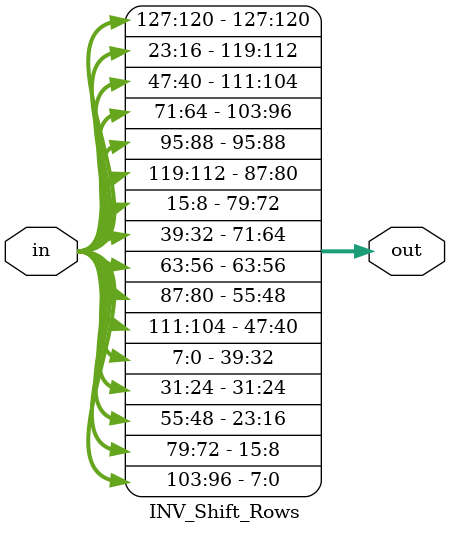
<source format=v>
module INV_Shift_Rows
(
input [127:0] in,
output wire [127:0] out
);


assign out[127:120] = in[127:120];
assign out[119:112] = in[23:16];
assign out[111:104] = in[47:40];
assign out[103:96] = in[71:64];

assign out[95:88] = in[95:88];
assign out[87:80] = in[119:112];
assign out[79:72] = in[15:8];
assign out[71:64] = in[39:32];

assign out[63:56] = in[63:56];
assign out[55:48] = in[87:80];
assign out[47:40] = in[111:104];
assign out[39:32] = in[7:0];

assign out[31:24] = in[31:24];
assign out[23:16] = in[55:48];
assign out[15:8] = in[79:72];
assign out[7:0] = in[103:96];

endmodule

</source>
